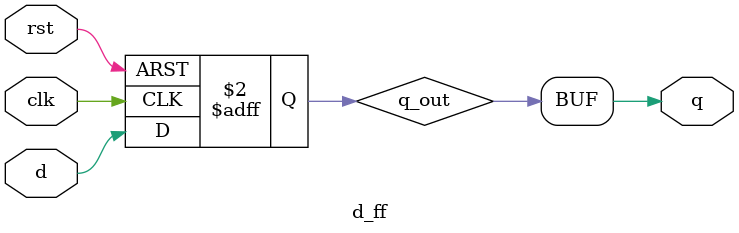
<source format=v>
`timescale 1ns / 1ps


module d_ff(
    input d,
    input rst,
    output q,
    //output  q_b,
    input clk
    );
    reg q_out;
    assign q=q_out;
    always @ (posedge clk or posedge rst)
    
    if (rst)
        q_out=0;
        
    else
        q_out=d;
    
endmodule

</source>
